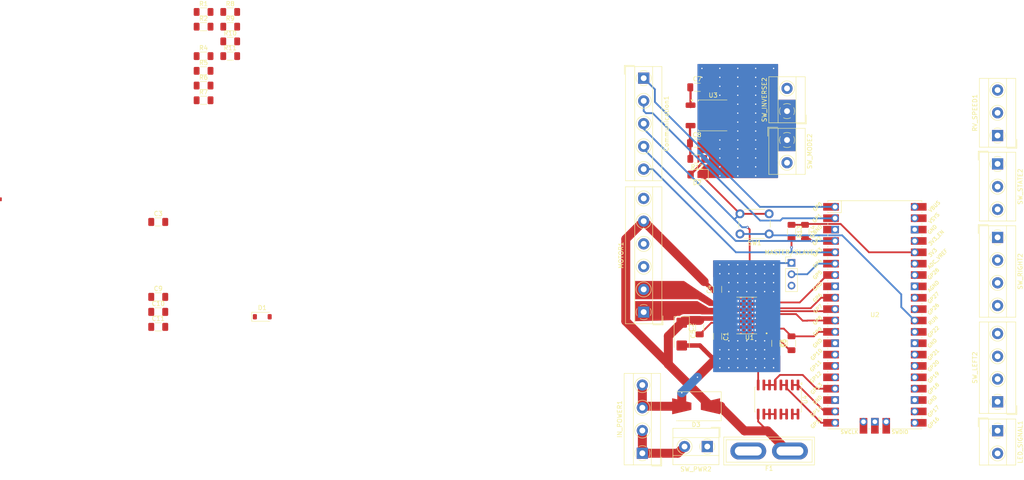
<source format=kicad_pcb>
(kicad_pcb (version 20240108) (generator "pcbnew") (generator_version "8.0")
  (layers (0 "F.Cu" signal) (31 "B.Cu" signal) (34 "B.Paste" user) (35 "F.Paste" user) (36 "B.SilkS" user "B.Silkscreen") (37 "F.SilkS" user "F.Silkscreen") (38 "B.Mask" user) (39 "F.Mask" user) (44 "Edge.Cuts" user))
  (net 0 "")
  (net 1 "Net-(U1-CPH)")
  (net 2 "Net-(U1-CPL)")
  (net 3 "Net-(U1-VCP)")
  (net 4 "+12V")
  (net 5 "GND")
  (net 6 "DVDD")
  (net 7 "+5V")
  (net 8 "AGND")
  (net 9 "RV_SPEED_F")
  (net 10 "IPROP_F")
  (net 11 "MOTOR_FB_F")
  (net 12 "UART_RX")
  (net 13 "UART_TX")
  (net 14 "I2C_SDA")
  (net 15 "I2C_SCL")
  (net 16 "Net-(D1-K)")
  (net 17 "Net-(D2-A)")
  (net 18 "Net-(SW_PWR2-Pin_1)")
  (net 19 "Net-(IN_POWER1-Pin_1)")
  (net 20 "D_SIGNAL_PWR")
  (net 21 "M{slash}S")
  (net 22 "Net-(MOTOR1-Pin_6)")
  (net 24 "MOTOR-")
  (net 25 "MOTOR+")
  (net 26 "IPROP")
  (net 27 "Net-(U1-NOL)")
  (net 28 "nFAULT")
  (net 29 "RV_SPEED")
  (net 30 "MOTOR_FB")
  (net 31 "Net-(U4-O1)")
  (net 32 "D_LEFT_PWR")
  (net 33 "D_RIGHT_PWR")
  (net 34 "Net-(U4-O3)")
  (net 35 "Net-(U4-O5)")
  (net 36 "+3.3V")
  (net 37 "Net-(U2-RUN)")
  (net 38 "SW_INVERSE")
  (net 39 "SW_LEFT")
  (net 40 "SW_MODE")
  (net 41 "SW_RIGHT")
  (net 42 "SW_STATE_MAN")
  (net 43 "SW_STATE_SEQ")
  (net 44 "DIR")
  (net 45 "nSLEEP")
  (net 46 "PWM_SPEED")
  (net 48 "DISABLE")
  (net 49 "LED_RIGHT_SW")
  (net 51 "LED_LEFT_SW")
  (net 70 "LED_SIGNAL")
  (footprint "MCU_RaspberryPi_and_Boards:RPi_Pico_SMD_TH" (layer "F.Cu") (at 110.1075 92.565)
    (property "Reference" "U2")
    (property "Value" "Pico")
  )
  (footprint "Resistor_SMD:R_1206_3216Metric_Pad1.30x1.75mm_HandSolder" (layer "F.Cu") (at -39.755 38.04)
    (property "Reference" "R5")
    (property "Value" "10k")
  )
  (footprint "Capacitor_SMD:C_1206_3216Metric_Pad1.33x1.80mm_HandSolder" (layer "F.Cu") (at -49.875 91.91)
    (property "Reference" "C10")
    (property "Value" "3.3 nF")
  )
  (footprint "Package_SO:SOIC-16W_5.3x10.2mm_P1.27mm" (layer "F.Cu") (at 88.5 111.5 -90)
    (property "Reference" "U4")
    (property "Value" "ULN2004A")
  )
  (footprint "Resistor_SMD:R_1206_3216Metric_Pad1.30x1.75mm_HandSolder" (layer "F.Cu") (at -33.805 24.88)
    (property "Reference" "R8")
    (property "Value" "470R")
  )
  (footprint "Resistor_SMD:R_1206_3216Metric_Pad1.30x1.75mm_HandSolder" (layer "F.Cu") (at -39.755 44.62)
    (property "Reference" "R7")
    (property "Value" "470R")
  )
  (footprint "TerminalBlock_MetzConnect:TerminalBlock_MetzConnect_Type101_RT01605HBWC_1x05_P5.08mm_Horizontal" (layer "F.Cu") (at 58.5 39.68 -90)
    (property "Reference" "Communication1")
    (property "Value" "Screw_Terminal_01x05")
  )
  (footprint "Button_Switch_THT:SW_PUSH_6mm_H5mm" (layer "F.Cu") (at 86.5 74.5 180)
    (property "Reference" "SW1")
    (property "Value" "Reset")
  )
  (footprint "Capacitor_SMD:C_1206_3216Metric_Pad1.33x1.80mm_HandSolder" (layer "F.Cu") (at 74.9975 97.375 -90)
    (property "Reference" "C1")
    (property "Value" "47 nF")
  )
  (footprint "TerminalBlock_MetzConnect:TerminalBlock_MetzConnect_Type101_RT01602HBWC_1x02_P5.08mm_Horizontal" (layer "F.Cu") (at 90.5 47.045 90)
    (property "Reference" "SW_INVERSE2")
    (property "Value" "Screw_Terminal_01x02")
  )
  (footprint "TerminalBlock_MetzConnect:TerminalBlock_MetzConnect_Type101_RT01604HBWC_1x04_P5.08mm_Horizontal" (layer "F.Cu") (at 58.2 123.5 90)
    (property "Reference" "IN_POWER1")
    (property "Value" "Screw_Terminal_01x04")
  )
  (footprint "Resistor_SMD:R_1206_3216Metric_Pad1.30x1.75mm_HandSolder" (layer "F.Cu") (at 91.4975 98.925 90)
    (property "Reference" "R3")
    (property "Value" "10k")
  )
  (footprint "TerminalBlock_MetzConnect:TerminalBlock_MetzConnect_Type101_RT01604HBWC_1x04_P5.08mm_Horizontal" (layer "F.Cu") (at 137.5 75.26 -90)
    (property "Reference" "SW_RIGHT2")
    (property "Value" "Screw_Terminal_01x04")
  )
  (footprint "TerminalBlock_MetzConnect:TerminalBlock_MetzConnect_Type101_RT01602HBWC_1x02_P5.08mm_Horizontal" (layer "F.Cu") (at 137.5 118.455 -90)
    (property "Reference" "LED_SIGNAL1")
    (property "Value" "Screw_Terminal_01x02")
  )
  (footprint "TerminalBlock_MetzConnect:TerminalBlock_MetzConnect_Type101_RT01606HBWC_1x06_P5.08mm_Horizontal" (layer "F.Cu") (at 58.5 91.955 90)
    (property "Reference" "MOTOR1")
    (property "Value" "Screw_Terminal_01x06")
  )
  (footprint "TerminalBlock_MetzConnect:TerminalBlock_MetzConnect_Type101_RT01602HBWC_1x02_P5.08mm_Horizontal" (layer "F.Cu") (at 72.7 122 180)
    (property "Reference" "SW_PWR2")
    (property "Value" "Screw_Terminal_01x02")
  )
  (footprint "Resistor_SMD:R_1206_3216Metric_Pad1.30x1.75mm_HandSolder" (layer "F.Cu") (at -33.805 34.75)
    (property "Reference" "R11")
    (property "Value" "36k")
  )
  (footprint "Package_TO_SOT_SMD:TO-252-2" (layer "F.Cu") (at 74 48)
    (property "Reference" "U3")
    (property "Value" "LM78M05_TO252")
  )
  (footprint "Capacitor_SMD:C_1206_3216Metric_Pad1.33x1.80mm_HandSolder" (layer "F.Cu") (at 87.9975 98.9375 -90)
    (property "Reference" "C6")
    (property "Value" "1 uF")
  )
  (footprint "Capacitor_SMD:C_1206_3216Metric_Pad1.33x1.80mm_HandSolder" (layer "F.Cu") (at 70.46 41.72)
    (property "Reference" "C7")
    (property "Value" "0.33 uF")
  )
  (footprint "Capacitor_SMD:C_1206_3216Metric_Pad1.33x1.80mm_HandSolder" (layer "F.Cu") (at 74.9975 86.875 90)
    (property "Reference" "C4")
    (property "Value" "0.1 uF")
  )
  (footprint "Capacitor_SMD:C_1206_3216Metric_Pad1.33x1.80mm_HandSolder" (layer "F.Cu") (at -49.875 88.56)
    (property "Reference" "C9")
    (property "Value" "1 uF")
  )
  (footprint "Capacitor_SMD:C_1206_3216Metric_Pad1.33x1.80mm_HandSolder" (layer "F.Cu") (at -49.875 71.81)
    (property "Reference" "C3")
    (property "Value" "0.1 uF")
  )
  (footprint "Diode_SMD:D_1206_3216Metric_Pad1.42x1.75mm_HandSolder" (layer "F.Cu") (at 70.46 61.22 180)
    (property "Reference" "D2")
    (property "Value" "LED")
  )
  (footprint "TerminalBlock_MetzConnect:TerminalBlock_MetzConnect_Type101_RT01604HBWC_1x04_P5.08mm_Horizontal" (layer "F.Cu") (at 137.5 112 90)
    (property "Reference" "SW_LEFT2")
    (property "Value" "Screw_Terminal_01x04")
  )
  (footprint "Capacitor_SMD:C_1206_3216Metric_Pad1.33x1.80mm_HandSolder" (layer "F.Cu") (at 70.9975 95.375 90)
    (property "Reference" "C2")
    (property "Value" "1 uF")
  )
  (footprint "Resistor_SMD:R_1206_3216Metric_Pad1.30x1.75mm_HandSolder" (layer "F.Cu") (at -33.805 28.17)
    (property "Reference" "R9")
    (property "Value" "470R")
  )
  (footprint "Resistor_SMD:R_1206_3216Metric_Pad1.30x1.75mm_HandSolder" (layer "F.Cu") (at -39.755 41.33)
    (property "Reference" "R6")
    (property "Value" "10k")
  )
  (footprint "Resistor_SMD:R_1206_3216Metric_Pad1.30x1.75mm_HandSolder" (layer "F.Cu") (at -39.755 24.88)
    (property "Reference" "R1")
    (property "Value" "360R")
  )
  (footprint "Diode_SMD:D_SOD-123" (layer "F.Cu") (at -26.65 93)
    (property "Reference" "D1")
    (property "Value" "D_Schottky")
  )
  (footprint "Fuse:Fuse_Blade_ATO_directSolder" (layer "F.Cu") (at 91.15 123 180)
    (property "Reference" "F1")
    (property "Value" "Fuse")
  )
  (footprint "TerminalBlock_MetzConnect:TerminalBlock_MetzConnect_Type101_RT01603HBWC_1x03_P5.08mm_Horizontal" (layer "F.Cu") (at 137.5 58.84 -90)
    (property "Reference" "SW_STATE2")
    (property "Value" "Screw_Terminal_01x03")
  )
  (footprint "Resistor_SMD:R_1206_3216Metric_Pad1.30x1.75mm_HandSolder" (layer "F.Cu") (at 91.5 74 -90)
    (property "Reference" "R13")
    (property "Value" "10k")
  )
  (footprint "Diode_SMD:D_SMB-SMC_Universal_Handsoldering" (layer "F.Cu") (at 70.2 113 180)
    (property "Reference" "D3")
    (property "Value" "SS34A")
  )
  (footprint "TerminalBlock_MetzConnect:TerminalBlock_MetzConnect_Type101_RT01603HBWC_1x03_P5.08mm_Horizontal" (layer "F.Cu") (at 137.5 52.5 90)
    (property "Reference" "RV_SPEED1")
    (property "Value" "Screw_Terminal_01x03")
  )
  (footprint "Capacitor_SMD:C_1206_3216Metric_Pad1.33x1.80mm_HandSolder" (layer "F.Cu") (at -49.875 95.26)
    (property "Reference" "C11")
    (property "Value" "1 uF")
  )
  (footprint "Resistor_SMD:R_1206_3216Metric_Pad1.30x1.75mm_HandSolder" (layer "F.Cu") (at 94.5 74 -90)
    (property "Reference" "R14")
    (property "Value" "10k")
  )
  (footprint "Resistor_SMD:R_1206_3216Metric_Pad1.30x1.75mm_HandSolder" (layer "F.Cu") (at 70.46 57.72 180)
    (property "Reference" "R12")
    (property "Value" "1k")
  )
  (footprint "Capacitor_SMD:C_1206_3216Metric_Pad1.33x1.80mm_HandSolder" (layer "F.Cu") (at 70.3975 54.22)
    (property "Reference" "C8")
    (property "Value" "0.1 uF")
  )
  (footprint "Resistor_SMD:R_1206_3216Metric_Pad1.30x1.75mm_HandSolder" (layer "F.Cu") (at -33.805 31.46)
    (property "Reference" "R10")
    (property "Value" "100k")
  )
  (footprint "TerminalBlock_MetzConnect:TerminalBlock_MetzConnect_Type101_RT01602HBWC_1x02_P5.08mm_Horizontal" (layer "F.Cu") (at 90.5 53.5 -90)
    (property "Reference" "SW_MODE2")
    (property "Value" "Screw_Terminal_01x02")
  )
  (footprint "Resistor_SMD:R_1206_3216Metric_Pad1.30x1.75mm_HandSolder" (layer "F.Cu") (at -39.755 34.75)
    (property "Reference" "R4")
    (property "Value" "10k")
  )
  (footprint "Capacitor_Tantalum_SMD:CP_EIA-6032-20_AVX-F_Pad2.25x2.35mm_HandSolder" (layer "F.Cu") (at 66.9975 96.875 -90)
    (property "Reference" "C5")
    (property "Value" ">10 uF")
  )
  (footprint "Resistor_SMD:R_1206_3216Metric_Pad1.30x1.75mm_HandSolder" (layer "F.Cu") (at -39.755 28.17)
    (property "Reference" "R2")
    (property "Value" "10k")
  )
  (footprint "Connector_PinHeader_2.54mm:PinHeader_1x03_P2.54mm_Vertical" (layer "F.Cu") (at 91.5 80.96)
    (property "Reference" "MASTER/SLAVE1")
    (property "Value" "Jumper_2_Open")
  )
  (footprint "DRV8873HPWPRQ1:SOP65P640X120-25N" (layer "F.Cu") (at 81.4975 92.725 180)
    (property "Reference" "U1")
    (property "Value" "DRV8873HPWPRQ1")
  )
  (segment (start -85 66.5) (end -85 67) (width 0.4) (layer "F.Cu") (net 0))
  (segment (start 76.56 95.8125) (end 77.3725 95) (width 0.4) (layer "F.Cu") (net 1))
  (segment (start 74.9975 95.8125) (end 76.56 95.8125) (width 0.4) (layer "F.Cu") (net 1))
  (segment (start 77.3725 95) (end 78.6275 95) (width 0.4) (layer "F.Cu") (net 1))
  (segment (start 77.7225 95.65) (end 78.6275 95.65) (width 0.4) (layer "F.Cu") (net 2))
  (segment (start 76.9975 96.9375) (end 76.9975 96.375) (width 0.4) (layer "F.Cu") (net 2))
  (segment (start 74.9975 98.9375) (end 76.9975 96.9375) (width 0.4) (layer "F.Cu") (net 2))
  (segment (start 76.9975 96.375) (end 77.7225 95.65) (width 0.4) (layer "F.Cu") (net 2))
  (segment (start 73.585 94.35) (end 70.9975 96.9375) (width 0.4) (layer "F.Cu") (net 3))
  (segment (start 78.6275 94.35) (end 73.585 94.35) (width 0.4) (layer "F.Cu") (net 3))
  (segment (start 68.96 46.135) (end 68.96 45.72) (width 0.5) (layer "F.Cu") (net 4))
  (segment (start 54.5 75.635) (end 58.5 71.635) (width 2) (layer "F.Cu") (net 4))
  (segment (start 86.15 118.5) (end 81 118.5) (width 2) (layer "F.Cu") (net 4))
  (segment (start 67.0475 94.325) (end 67.56 93.8125) (width 0.4) (layer "F.Cu") (net 4))
  (segment (start 58.5 71.635) (end 72 85.135) (width 2) (layer "F.Cu") (net 4))
  (segment (start 78.6275 89.15) (end 75.71 89.15) (width 0.4) (layer "F.Cu") (net 4))
  (segment (start 71.435 93.375) (end 75.4975 93.375) (width 1) (layer "F.Cu") (net 4))
  (segment (start 87.45 119.8) (end 91.15 123.5) (width 2) (layer "F.Cu") (net 4))
  (segment (start 64 103.6) (end 64 97.3225) (width 2) (layer "F.Cu") (net 4))
  (segment (start 87.45 119.8) (end 86.15 118.5) (width 2) (layer "F.Cu") (net 4))
  (segment (start 67.56 93.8125) (end 70.9975 93.8125) (width 2) (layer "F.Cu") (net 4))
  (segment (start 75.7 113) (end 73.4 113) (width 2) (layer "F.Cu") (net 4))
  (segment (start 72 85.135) (end 74.9975 88.1325) (width 1) (layer "F.Cu") (net 4))
  (segment (start 64 103.6) (end 64 103.5) (width 2) (layer "F.Cu") (net 4))
  (segment (start 64 103.5) (end 54.5 94) (width 2) (layer "F.Cu") (net 4))
  (segment (start 75.71 89.15) (end 74.9975 88.4375) (width 0.4) (layer "F.Cu") (net 4))
  (segment (start 64 97.3225) (end 66.9975 94.325) (width 2) (layer "F.Cu") (net 4))
  (segment (start 68.96 45.72) (end 68.96 41.7825) (width 0.5) (layer "F.Cu") (net 4))
  (segment (start 81 118.5) (end 75.7 113.2) (width 2) (layer "F.Cu") (net 4))
  (segment (start 70.9975 93.8125) (end 71.435 93.375) (width 1) (layer "F.Cu") (net 4))
  (segment (start 84.055 116.405) (end 84.055 114.75) (width 0.4) (layer "F.Cu") (net 4))
  (segment (start 74.9975 88.1325) (end 74.9975 88.4375) (width 1) (layer "F.Cu") (net 4))
  (segment (start 54.5 94) (end 54.5 75.635) (width 2) (layer "F.Cu") (net 4))
  (segment (start 75.7 113.2) (end 75.7 113) (width 2) (layer "F.Cu") (net 4))
  (segment (start 71.11 93.7) (end 70.9975 93.8125) (width 0.4) (layer "F.Cu") (net 4))
  (segment (start 73.4 113) (end 64 103.6) (width 2) (layer "F.Cu") (net 4))
  (segment (start 68.96 41.7825) (end 68.8975 41.72) (width 0.5) (layer "F.Cu") (net 4))
  (segment (start 78.6275 93.7) (end 71.11 93.7) (width 0.4) (layer "F.Cu") (net 4))
  (segment (start 87.45 119.8) (end 84.055 116.405) (width 0.4) (layer "F.Cu") (net 4))
  (segment (start 66.9975 94.325) (end 67.0475 94.325) (width 0.4) (layer "F.Cu") (net 4))
  (segment (start 66.9975 94.5025) (end 66.9975 94.325) (width 2) (layer "F.Cu") (net 4))
  (segment (start 74.5 102.375) (end 75.4975 102.375) (width 1) (layer "F.Cu") (net 5))
  (segment (start 58.54 113) (end 58.2 113.34) (width 2) (layer "F.Cu") (net 5))
  (segment (start 80 70) (end 71.9475 61.9475) (width 0.4) (layer "F.Cu") (net 5))
  (segment (start 71.9975 100.375) (end 73.9975 102.375) (width 1) (layer "F.Cu") (net 5))
  (segment (start 72.0225 44.9125) (end 73.585 46.475) (width 0.5) (layer "F.Cu") (net 5))
  (segment (start 86.5 70) (end 80 70) (width 0.4) (layer "F.Cu") (net 5))
  (segment (start 72.0225 41.72) (end 72.0225 44.9125) (width 0.5) (layer "F.Cu") (net 5))
  (segment (start 78.6275 91.1) (end 79.8725 91.1) (width 0.4) (layer "F.Cu") (net 5))
  (segment (start 58.2 113.34) (end 58.2 108.26) (width 2) (layer "F.Cu") (net 5))
  (segment (start 67 113) (end 67 110) (width 2) (layer "F.Cu") (net 5))
  (segment (start 81.66 73) (end 82.16 73.5) (width 0.4) (layer "F.Cu") (net 5))
  (segment (start 74.5 102.5) (end 74.5 102.375) (width 2) (layer "F.Cu") (net 5))
  (segment (start 83.1225 95) (end 82.7975 94.675) (width 0.4) (layer "F.Cu") (net 5))
  (segment (start 84.055 104.9325) (end 83.4975 104.375) (width 0.4) (layer "F.Cu") (net 5))
  (segment (start 84.3675 95) (end 83.1225 95) (width 0.4) (layer "F.Cu") (net 5))
  (segment (start 83.1225 93.7) (end 82.7975 93.375) (width 0.4) (layer "F.Cu") (net 5))
  (segment (start 67 113) (end 58.54 113) (width 2) (layer "F.Cu") (net 5))
  (segment (start 70.5 106.5) (end 74.5 102.5) (width 2) (layer "F.Cu") (net 5))
  (segment (start 79.8725 91.75) (end 80.1975 92.075) (width 0.4) (layer "F.Cu") (net 5))
  (segment (start 82.16 73.5) (end 82.16 80.7125) (width 0.4) (layer "F.Cu") (net 5))
  (segment (start 79.8725 91.1) (end 80.1975 90.775) (width 0.4) (layer "F.Cu") (net 5))
  (segment (start 78.6275 96.3) (end 79.8725 96.3) (width 0.4) (layer "F.Cu") (net 5))
  (segment (start 71.96 54.22) (end 71.96 51.15) (width 0.5) (layer "F.Cu") (net 5))
  (segment (start 84.055 108.25) (end 84.055 104.9325) (width 0.4) (layer "F.Cu") (net 5))
  (segment (start 73.9975 102.375) (end 74.5 102.375) (width 1) (layer "F.Cu") (net 5))
  (segment (start 66.9975 99.425) (end 71.0475 99.425) (width 1) (layer "F.Cu") (net 5))
  (segment (start 84.3675 93.7) (end 83.1225 93.7) (width 0.4) (layer "F.Cu") (net 5))
  (segment (start 79.8725 96.3) (end 80.1975 95.975) (width 0.4) (layer "F.Cu") (net 5))
  (segment (start 78.6275 91.75) (end 79.8725 91.75) (width 0.4) (layer "F.Cu") (net 5))
  (segment (start 71.9475 61.9475) (end 71.9475 61.22) (width 0.4) (layer "F.Cu") (net 5))
  (segment (start 71.0475 99.425) (end 71.9975 100.375) (width 1) (layer "F.Cu") (net 5))
  (segment (start 82.16 80.7125) (end 81.4975 81.375) (width 0.4) (layer "F.Cu") (net 5))
  (segment (start 71.96 51.15) (end 73.585 49.525) (width 0.5) (layer "F.Cu") (net 5))
  (via (at 87.4975 85.375) (size 0.7) (drill 0.3) (layers "F.Cu" "B.Cu") (net 5))
  (via (at 71.5 37.5) (size 0.7) (drill 0.3) (layers "F.Cu" "B.Cu") (net 5))
  (via (at 85.4975 83.375) (size 0.7) (drill 0.3) (layers "F.Cu" "B.Cu") (net 5))
  (via (at 83.5 53.5) (size 0.7) (drill 0.3) (layers "F.Cu" "B.Cu") (net 5))
  (via (at 85.4975 102.375) (size 0.7) (drill 0.3) (layers "F.Cu" "B.Cu") (net 5))
  (via (at 83.4975 100.375) (size 0.7) (drill 0.3) (layers "F.Cu" "B.Cu") (net 5))
  (via (at 77.4975 104.375) (size 0.7) (drill 0.3) (layers "F.Cu" "B.Cu") (net 5))
  (via (at 81.4975 81.375) (size 0.7) (drill 0.3) (layers "F.Cu" "B.Cu") (net 5))
  (via (at 83.5 37.5) (size 0.7) (drill 0.3) (layers "F.Cu" "B.Cu") (net 5))
  (via (at 83.5 51.5) (size 0.7) (drill 0.3) (layers "F.Cu" "B.Cu") (net 5))
  (via (at 75.5 57.5) (size 0.7) (drill 0.3) (layers "F.Cu" "B.Cu") (net 5))
  (via (at 67 110) (size 0.6) (drill 0.3) (layers "F.Cu" "B.Cu") (net 5))
  (via (at 83.4975 104.375) (size 0.7) (drill 0.3) (layers "F.Cu" "B.Cu") (net 5))
  (via (at 79.5 57.5) (size 0.7) (drill 0.3) (layers "F.Cu" "B.Cu") (net 5))
  (via (at 79.4975 85.375) (size 0.7) (drill 0.3) (layers "F.Cu" "B.Cu") (net 5))
  (via (at 79.5 61.5) (size 0.7) (drill 0.3) (layers "F.Cu" "B.Cu") (net 5))
  (via (at 79.4975 98.375) (size 0.7) (drill 0.3) (layers "F.Cu" "B.Cu") (net 5))
  (via (at 75.4975 81.375) (size 0.7) (drill 0.3) (layers "F.Cu" "B.Cu") (net 5))
  (via (at 75.5 41.5) (size 0.7) (drill 0.3) (layers "F.Cu" "B.Cu") (net 5))
  (via (at 85.4975 87.375) (size 0.7) (drill 0.3) (layers "F.Cu" "B.Cu") (net 5))
  (via (at 79.5 41.5) (size 0.7) (drill 0.3) (layers "F.Cu" "B.Cu") (net 5))
  (via (at 81.66 73) (size 0.6) (drill 0.3) (layers "F.Cu" "B.Cu") (net 5))
  (via (at 75.4975 104.375) (size 0.7) (drill 0.3) (layers "F.Cu" "B.Cu") (net 5))
  (via (at 79.4975 102.375) (size 0.7) (drill 0.3) (layers "F.Cu" "B.Cu") (net 5))
  (via (at 77.4975 87.375) (size 0.7) (drill 0.3) (layers "F.Cu" "B.Cu") (net 5))
  (via (at 83.4975 83.375) (size 0.7) (drill 0.3) (layers "F.Cu" "B.Cu") (net 5))
  (via (at 81.4975 104.375) (size 0.7) (drill 0.3) (layers "F.Cu" "B.Cu") (net 5))
  (via (at 79.4975 104.375) (size 0.7) (drill 0.3) (layers "F.Cu" "B.Cu") (net 5))
  (via (at 77.4975 83.375) (size 0.7) (drill 0.3) (layers "F.Cu" "B.Cu") (net 5))
  (via (at 79.5 53.5) (size 0.7) (drill 0.3) (layers "F.Cu" "B.Cu") (net 5))
  (via (at 83.5 47.5) (size 0.7) (drill 0.3) (layers "F.Cu" "B.Cu") (net 5))
  (via (at 79.5 45.5) (size 0.7) (drill 0.3) (layers "F.Cu" "B.Cu") (net 5))
  (via (at 81.4975 87.375) (size 0.7) (drill 0.3) (layers "F.Cu" "B.Cu") (net 5))
  (via (at 87.4975 102.375) (size 0.7) (drill 0.3) (layers "F.Cu" "B.Cu") (net 5))
  (via (at 79.4975 81.375) (size 0.7) (drill 0.3) (layers "F.Cu" "B.Cu") (net 5))
  (via (at 83.4975 87.375) (size 0.7) (drill 0.3) (layers "F.Cu" "B.Cu") (net 5))
  (via (at 70.5 106.5) (size 0.6) (drill 0.3) (layers "F.Cu" "B.Cu") (net 5))
  (via (at 79.4975 87.375) (size 0.7) (drill 0.3) (layers "F.Cu" "B.Cu") (net 5))
  (via (at 81.4975 85.375) (size 0.7) (drill 0.3) (layers "F.Cu" "B.Cu") (net 5))
  (via (at 87.4975 87.375) (size 0.7) (drill 0.3) (layers "F.Cu" "B.Cu") (net 5))
  (via (at 81.4975 83.375) (size 0.7) (drill 0.3) (layers "F.Cu" "B.Cu") (net 5))
  (via (at 79.5 55.5) (size 0.7) (drill 0.3) (layers "F.Cu" "B.Cu") (net 5))
  (via (at 83.5 45.5) (size 0.7) (drill 0.3) (layers "F.Cu" "B.Cu") (net 5))
  (via (at 79.5 49.5) (size 0.7) (drill 0.3) (layers "F.Cu" "B.Cu") (net 5))
  (via (at 85.4975 81.375) (size 0.7) (drill 0.3) (layers "F.Cu" "B.Cu") (net 5))
  (via (at 83.5 49.5) (size 0.7) (drill 0.3) (layers "F.Cu" "B.Cu") (net 5))
  (via (at 83.4975 98.375) (size 0.7) (drill 0.3) (layers "F.Cu" "B.Cu") (net 5))
  (via (at 75.5 55.5) (size 0.7) (drill 0.3) (layers "F.Cu" "B.Cu") (net 5))
  (via (at 83.5 39.5) (size 0.7) (drill 0.3) (layers "F.Cu" "B.Cu") (net 5))
  (via (at 79.5 51.5) (size 0.7) (drill 0.3) (layers "F.Cu" "B.Cu") (net 5))
  (via (at 81.4975 100.375) (size 0.7) (drill 0.3) (layers "F.Cu" "B.Cu") (net 5))
  (via (at 85.4975 104.375) (size 0.7) (drill 0.3) (layers "F.Cu" "B.Cu") (net 5))
  (via (at 83.5 43.5) (size 0.7) (drill 0.3) (layers "F.Cu" "B.Cu") (net 5))
  (via (at 83.5 59.5) (size 0.7) (drill 0.3) (layers "F.Cu" "B.Cu") (net 5))
  (via (at 79.4975 83.375) (size 0.7) (drill 0.3) (layers "F.Cu" "B.Cu") (net 5))
  (via (at 85.4975 100.375) (size 0.7) (drill 0.3) (layers "F.Cu" "B.Cu") (net 5))
  (via (at 83.4975 85.375) (size 0.7) (drill 0.3) (layers "F.Cu" "B.Cu") (net 5))
  (via (at 83.5 41.5) (size 0.7) (drill 0.3) (layers "F.Cu" "B.Cu") (net 5))
  (via (at 77.4975 98.375) (size 0.7) (drill 0.3) (layers "F.Cu" "B.Cu") (net 5))
  (via (at 77.4975 102.375) (size 0.7) (drill 0.3) (layers "F.Cu" "B.Cu") (net 5))
  (via (at 79.5 37.5) (size 0.7) (drill 0.3) (layers "F.Cu" "B.Cu") (net 5))
  (via (at 87.4975 81.375) (size 0.7) (drill 0.3) (layers "F.Cu" "B.Cu") (net 5))
  (via (at 83.5 55.5) (size 0.7) (drill 0.3) (layers "F.Cu" "B.Cu") (net 5))
  (via (at 87.4975 104.375) (size 0.7) (drill 0.3) (layers "F.Cu" "B.Cu") (net 5))
  (via (at 71.5 39.5) (size 0.7) (drill 0.3) (layers "F.Cu" "B.Cu") (net 5))
  (via (at 75.4975 100.375) (size 0.7) (drill 0.3) (layers "F.Cu" "B.Cu") (net 5))
  (via (at 79.5 39.5) (size 0.7) (drill 0.3) (layers "F.Cu" "B.Cu") (net 5))
  (via (at 79.4975 100.375) (size 0.7) (drill 0.3) (layers "F.Cu" "B.Cu") (net 5))
  (via (at 75.5 59.5) (size 0.7) (drill 0.3) (layers "F.Cu" "B.Cu") (net 5))
  (via (at 75.5 53.5) (size 0.7) (drill 0.3) (layers "F.Cu" "B.Cu") (net 5))
  (via (at 81.4975 102.375) (size 0.7) (drill 0.3) (layers "F.Cu" "B.Cu") (net 5))
  (via (at 75.5 43.5) (size 0.7) (drill 0.3) (layers "F.Cu" "B.Cu") (net 5))
  (via (at 81.4975 98.375) (size 0.7) (drill 0.3) (layers "F.Cu" "B.Cu") (net 5))
  (via (at 85.4975 98.375) (size 0.7) (drill 0.3) (layers "F.Cu" "B.Cu") (net 5))
  (via (at 79.5 47.5) (size 0.7) (drill 0.3) (layers "F.Cu" "B.Cu") (net 5))
  (via (at 75.4975 83.375) (size 0.7) (drill 0.3) (layers "F.Cu" "B.Cu") (net 5))
  (via (at 77.4975 81.375) (size 0.7) (drill 0.3) (layers "F.Cu" "B.Cu") (net 5))
  (via (at 83.4975 102.375) (size 0.7) (drill 0.3) (layers "F.Cu" "B.Cu") (net 5))
  (via (at 83.4975 81.375) (size 0.7) (drill 0.3) (layers "F.Cu" "B.Cu") (net 5))
  (via (at 75.5 39.5) (size 0.7) (drill 0.3) (layers "F.Cu" "B.Cu") (net 5))
  (via (at 75.4975 102.375) (size 0.7) (drill 0.3) (layers "F.Cu" "B.Cu") (net 5))
  (via (at 83.5 61.5) (size 0.7) (drill 0.3) (layers "F.Cu" "B.Cu") (net 5))
  (via (at 79.5 59.5) (size 0.7) (drill 0.3) (layers "F.Cu" "B.Cu") (net 5))
  (via (at 85.4975 85.375) (size 0.7) (drill 0.3) (layers "F.Cu" "B.Cu") (net 5))
  (via (at 77.4975 85.375) (size 0.7) (drill 0.3) (layers "F.Cu" "B.Cu") (net 5))
  (via (at 75.5 61.5) (size 0.7) (drill 0.3) (layers "F.Cu" "B.Cu") (net 5))
  (via (at 75.5 37.5) (size 0.7) (drill 0.3) (layers "F.Cu" "B.Cu") (net 5))
  (via (at 79.5 43.5) (size 0.7) (drill 0.3) (layers "F.Cu" "B.Cu") (net 5))
  (via (at 83.5 57.5) (size 0.7) (drill 0.3) (layers "F.Cu" "B.Cu") (net 5))
  (via (at 87.5 37.5) (size 0.7) (drill 0.3) (layers "F.Cu" "B.Cu") (net 5))
  (via (at 87.4975 83.375) (size 0.7) (drill 0.3) (layers "F.Cu" "B.Cu") (net 5))
  (via (at 77.4975 100.375) (size 0.7) (drill 0.3) (layers "F.Cu" "B.Cu") (net 5))
  (segment (start 78.75 71.25) (end 58.5 51) (width 0.4) (layer "B.Cu") (net 5))
  (segment (start 80 70) (end 78.75 71.25) (width 0.4) (layer "B.Cu") (net 5))
  (segment (start 91.5 81) (end 87.8725 81) (width 0.4) (layer "B.Cu") (net 5))
  (segment (start 67 110) (end 70.5 106.5) (width 2) (layer "B.Cu") (net 5))
  (segment (start 91.5 80.96) (end 91.5 81) (width 0.4) (layer "B.Cu") (net 5))
  (segment (start 81.66 73) (end 80.5 73) (width 0.4) (layer "B.Cu") (net 5))
  (segment (start 80.5 73) (end 78.75 71.25) (width 0.4) (layer "B.Cu") (net 5))
  (segment (start 58.5 51) (end 58.5 49.84) (width 0.4) (layer "B.Cu") (net 5))
  (segment (start 87.8725 81) (end 87.4975 81.375) (width 0.4) (layer "B.Cu") (net 5))
  (segment (start 87.9975 97.375) (end 91.0975 100.475) (width 0.4) (layer "F.Cu") (net 6))
  (segment (start 87.9975 97.375) (end 86.9225 96.3) (width 0.4) (layer "F.Cu") (net 6))
  (segment (start 86.9225 96.3) (end 84.3675 96.3) (width 0.4) (layer "F.Cu") (net 6))
  (segment (start 91.0975 100.475) (end 91.4975 100.475) (width 0.4) (layer "F.Cu") (net 6))
  (segment (start 68.835 50.405) (end 68.96 50.28) (width 0.5) (layer "F.Cu") (net 7))
  (segment (start 68.91 57.72) (end 68.91 54.295) (width 0.5) (layer "F.Cu") (net 7))
  (segment (start 68.835 54.22) (end 68.835 50.405) (width 0.5) (layer "F.Cu") (net 7))
  (segment (start 68.91 54.295) (end 68.835 54.22) (width 0.5) (layer "F.Cu") (net 7))
  (segment (start 59 47.5) (end 60.5 47.5) (width 0.4) (layer "B.Cu") (net 12))
  (segment (start 89.5 71) (end 101.1925 71) (width 0.4) (layer "B.Cu") (net 12))
  (segment (start 58.5 44.76) (end 58.5 47) (width 0.4) (layer "B.Cu") (net 12))
  (segment (start 84.5 71.5) (end 89 71.5) (width 0.4) (layer "B.Cu") (net 12))
  (segment (start 58.5 47) (end 59 47.5) (width 0.4) (layer "B.Cu") (net 12))
  (segment (start 89 71.5) (end 89.5 71) (width 0.4) (layer "B.Cu") (net 12))
  (segment (start 60.5 47.5) (end 84.5 71.5) (width 0.4) (layer "B.Cu") (net 12))
  (segment (start 101.1925 71) (end 101.2175 70.975) (width 0.4) (layer "B.Cu") (net 12))
  (segment (start 58.5 39.68) (end 61 42.18) (width 0.4) (layer "B.Cu") (net 13))
  (segment (start 84.435 68.435) (end 101.2175 68.435) (width 0.4) (layer "B.Cu") (net 13))
  (segment (start 61 42.18) (end 61 45) (width 0.4) (layer "B.Cu") (net 13))
  (segment (start 61 45) (end 84.435 68.435) (width 0.4) (layer "B.Cu") (net 13))
  (segment (start 95.495 75.55) (end 96 76.055) (width 0.4) (layer "F.Cu") (net 14))
  (segment (start 94.5 75.55) (end 95.495 75.55) (width 0.4) (layer "F.Cu") (net 14))
  (via (at 96 76.055) (size 0.6) (drill 0.3) (layers "F.Cu" "B.Cu") (net 14))
  (segment (start 96 76.055) (end 101.2175 76.055) (width 0.4) (layer "B.Cu") (net 14))
  (segment (start 58.5 55.5) (end 73.5 70.5) (width 0.4) (layer "B.Cu") (net 14))
  (segment (start 73.5 70.5) (end 79.055 76.055) (width 0.4) (layer "B.Cu") (net 14))
  (segment (start 79.055 76.055) (end 96 76.055) (width 0.4) (layer "B.Cu") (net 14))
  (segment (start 58.5 54.92) (end 58.5 55.5) (width 0.4) (layer "B.Cu") (net 14))
  (segment (start 91.5 75.55) (end 91.5 77.5) (width 0.4) (layer "F.Cu") (net 15))
  (via (at 91.5 77.5) (size 0.6) (drill 0.3) (layers "F.Cu" "B.Cu") (net 15))
  (segment (start 91.5 78.595) (end 101.2175 78.595) (width 0.4) (layer "B.Cu") (net 15))
  (segment (start 91.5 77.5) (end 91.5 78.595) (width 0.4) (layer "B.Cu") (net 15))
  (segment (start 79.095 78.595) (end 91.5 78.595) (width 0.4) (layer "B.Cu") (net 15))
  (segment (start 68 67.5) (end 79.095 78.595) (width 0.4) (layer "B.Cu") (net 15))
  (segment (start 58.5 60) (end 60.5 60) (width 0.4) (layer "B.Cu") (net 15))
  (segment (start 60.5 60) (end 68 67.5) (width 0.4) (layer "B.Cu") (net 15))
  (segment (start 72.01 57.72) (end 72.01 58.1825) (width 0.5) (layer "F.Cu") (net 17))
  (segment (start 72.01 58.1825) (end 68.9725 61.22) (width 0.5) (layer "F.Cu") (net 17))
  (segment (start 58.2 123.5) (end 66.12 123.5) (width 2) (layer "F.Cu") (net 19))
  (segment (start 58.2 118.42) (end 58.2 123.5) (width 2) (layer "F.Cu") (net 19))
  (segment (start 66.12 123.5) (end 67.62 122) (width 2) (layer "F.Cu") (net 19))
  (segment (start 95 83.5) (end 97.365 81.135) (width 0.4) (layer "B.Cu") (net 21))
  (segment (start 97.365 81.135) (end 101.2175 81.135) (width 0.4) (layer "B.Cu") (net 21))
  (segment (start 91.5 83.5) (end 95 83.5) (width 0.4) (layer "B.Cu") (net 21))
  (segment (start 78.6275 90.45) (end 78.6275 89.8) (width 0.4) (layer "F.Cu") (net 24))
  (segment (start 91.4975 97.375) (end 89.7725 95.65) (width 0.4) (layer "F.Cu") (net 28))
  (segment (start 97.4975 96.375) (end 101.2175 96.375) (width 0.4) (layer "F.Cu") (net 28))
  (segment (start 89.7725 95.65) (end 84.3675 95.65) (width 0.4) (layer "F.Cu") (net 28))
  (segment (start 91.4975 97.375) (end 96.4975 97.375) (width 0.4) (layer "F.Cu") (net 28))
  (segment (start 96.4975 97.375) (end 97.4975 96.375) (width 0.4) (layer "F.Cu") (net 28))
  (segment (start 91.675 114.75) (end 92.945 114.75) (width 0.4) (layer "F.Cu") (net 31))
  (segment (start 89.135 114.75) (end 90.405 114.75) (width 0.4) (layer "F.Cu") (net 34))
  (segment (start 87.865 114.75) (end 86.595 114.75) (width 0.4) (layer "F.Cu") (net 35))
  (segment (start 85.325 114.75) (end 86.595 114.75) (width 0.4) (layer "F.Cu") (net 35))
  (segment (start 118.9975 78.595) (end 108.7975 78.595) (width 0.4) (layer "F.Cu") (net 36))
  (segment (start 94.5 72.45) (end 91.5 72.45) (width 0.4) (layer "F.Cu") (net 36))
  (segment (start 94.685 72.265) (end 94.5 72.45) (width 0.4) (layer "F.Cu") (net 36))
  (segment (start 108.7975 78.595) (end 102.4675 72.265) (width 0.4) (layer "F.Cu") (net 36))
  (segment (start 102.4675 72.265) (end 94.685 72.265) (width 0.4) (layer "F.Cu") (net 36))
  (segment (start 86.805 74.805) (end 86.5 74.5) (width 0.4) (layer "B.Cu") (net 37))
  (segment (start 116 88) (end 102.805 74.805) (width 0.4) (layer "B.Cu") (net 37))
  (segment (start 80 74.5) (end 86.5 74.5) (width 0.4) (layer "B.Cu") (net 37))
  (segment (start 118.9975 93.835) (end 116 90.8375) (width 0.4) (layer "B.Cu") (net 37))
  (segment (start 102.805 74.805) (end 86.805 74.805) (width 0.4) (layer "B.Cu") (net 37))
  (segment (start 116 90.8375) (end 116 88) (width 0.4) (layer "B.Cu") (net 37))
  (segment (start 100.7625 91.75) (end 101.2175 91.295) (width 0.4) (layer "F.Cu") (net 44))
  (segment (start 84.3675 91.75) (end 100.7625 91.75) (width 0.4) (layer "F.Cu") (net 44))
  (segment (start 84.3675 89.8) (end 93.3325 89.8) (width 0.4) (layer "F.Cu") (net 45))
  (segment (start 99.4575 83.675) (end 101.2175 83.675) (width 0.4) (layer "F.Cu") (net 45))
  (segment (start 93.3325 89.8) (end 99.4575 83.675) (width 0.4) (layer "F.Cu") (net 45))
  (segment (start 84.3675 92.4) (end 92.5225 92.4) (width 0.4) (layer "F.Cu") (net 46))
  (segment (start 94.9975 93.875) (end 95.0375 93.835) (width 0.4) (layer "F.Cu") (net 46))
  (segment (start 95.0375 93.835) (end 101.2175 93.835) (width 0.4) (layer "F.Cu") (net 46))
  (segment (start 92.5225 92.4) (end 93.9975 93.875) (width 0.4) (layer "F.Cu") (net 46))
  (segment (start 93.9975 93.875) (end 94.9975 93.875) (width 0.4) (layer "F.Cu") (net 46))
  (segment (start 95.7725 91.1) (end 84.3675 91.1) (width 0.4) (layer "F.Cu") (net 48))
  (segment (start 98.1175 88.755) (end 95.7725 91.1) (width 0.4) (layer "F.Cu") (net 48))
  (segment (start 101.2175 88.755) (end 98.1175 88.755) (width 0.4) (layer "F.Cu") (net 48))
  (segment (start 90.405 108.961974) (end 90.405 108.25) (width 0.4) (layer "F.Cu") (net 49))
  (segment (start 98.138026 116.695) (end 90.405 108.961974) (width 0.4) (layer "F.Cu") (net 49))
  (segment (start 101.2175 116.695) (end 98.138026 116.695) (width 0.4) (layer "F.Cu") (net 49))
  (segment (start 90.405 108.25) (end 89.135 108.25) (width 0.4) (layer "F.Cu") (net 49))
  (segment (start 92.945 108.25) (end 91.675 108.25) (width 0.4) (layer "F.Cu") (net 51))
  (segment (start 92.945 108.25) (end 98.85 114.155) (width 0.4) (layer "F.Cu") (net 51))
  (segment (start 98.85 114.155) (end 101.2175 114.155) (width 0.4) (layer "F.Cu") (net 51))
  (segment (start 88.915001 106) (end 87.865 107.050001) (width 0.4) (layer "F.Cu") (net 70))
  (segment (start 87.865 107.050001) (end 87.865 108.25) (width 0.4) (layer "F.Cu") (net 70))
  (segment (start 94 106) (end 88.915001 106) (width 0.4) (layer "F.Cu") (net 70))
  (segment (start 97.075 109.075) (end 94 106) (width 0.4) (layer "F.Cu") (net 70))
  (segment (start 101.2175 109.075) (end 97.075 109.075) (width 0.4) (layer "F.Cu") (net 70))
  (segment (start 86.595 108.25) (end 85.325 108.25) (width 0.4) (layer "F.Cu") (net 70))
  (segment (start 87.865 108.25) (end 86.595 108.25) (width 0.4) (layer "F.Cu") (net 70))
  (zone (net 5) (net_name "GND") (layer "F.Cu") (priority 1) (connect_pads (clearance 0.5)) (min_thickness 0.25) (fill yes (thermal_gap 0.5) (thermal_bridge_width 0.5))
    (polygon (pts (xy 73.9975 89.375) (xy 73.9975 80.375) (xy 88.4975 80.375) (xy 88.4975 88.375) (xy 83.9975 88.375) (xy 82.9975 89.375)))
  )
  (zone (net 24) (net_name "MOTOR-") (layer "F.Cu") (priority 4) (connect_pads yes (clearance 0.4)) (min_thickness 0.25) (fill yes (thermal_gap 0.5) (thermal_bridge_width 0.5))
    (polygon (pts (xy 79.5 91) (xy 79.5 89.5) (xy 73.9975 89.375) (xy 67.5 85) (xy 56.5 85) (xy 56.5 89.5) (xy 70.5 89.5) (xy 73 91)))
  )
  (zone (net 5) (net_name "GND") (layer "F.Cu") (connect_pads (clearance 0.5)) (min_thickness 0.25) (fill yes (thermal_gap 0.5) (thermal_bridge_width 0.5))
    (polygon (pts (xy 74.4975 105.375) (xy 74.4975 98.875) (xy 77.9975 96.375) (xy 86.9975 96.375) (xy 86.9975 99.875) (xy 88.9975 99.875) (xy 88.9975 105.375)))
  )
  (zone (net 25) (net_name "MOTOR+") (layer "F.Cu") (priority 5) (connect_pads yes (clearance 0.4)) (min_thickness 0.25) (fill yes (thermal_gap 0.5) (thermal_bridge_width 0.5))
    (polygon (pts (xy 79.4975 93.375) (xy 79.5 92) (xy 78 92) (xy 77.5 91) (xy 73 91) (xy 70.5 89.5) (xy 56.5 89.5) (xy 56.5 94)))
  )
  (zone (net 5) (net_name "GND") (layers "F&B.Cu") (priority 6) (connect_pads yes (clearance 0.4)) (min_thickness 0.25) (fill yes (thermal_gap 0.5) (thermal_bridge_width 0.5))
    (polygon (pts (xy 70.5 36.5) (xy 70.5 62) (xy 88.5 62) (xy 88.5 56) (xy 92.5 56) (xy 92.5 44.5) (xy 88.5 44.5) (xy 88.5 36.5)))
  )
  (zone (net 5) (net_name "GND") (layer "B.Cu") (priority 2) (connect_pads (clearance 0.5)) (min_thickness 0.25) (fill yes (thermal_gap 0.5) (thermal_bridge_width 0.5))
    (polygon (pts (xy 73.9975 80.375) (xy 88.9975 80.375) (xy 88.9975 105.375) (xy 73.9975 105.375)))
  )
)
</source>
